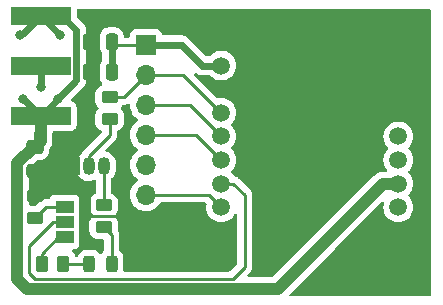
<source format=gbr>
%TF.GenerationSoftware,KiCad,Pcbnew,(6.0.2)*%
%TF.CreationDate,2022-03-07T20:15:47-06:00*%
%TF.ProjectId,RFID_board,52464944-5f62-46f6-9172-642e6b696361,rev?*%
%TF.SameCoordinates,Original*%
%TF.FileFunction,Copper,L1,Top*%
%TF.FilePolarity,Positive*%
%FSLAX46Y46*%
G04 Gerber Fmt 4.6, Leading zero omitted, Abs format (unit mm)*
G04 Created by KiCad (PCBNEW (6.0.2)) date 2022-03-07 20:15:47*
%MOMM*%
%LPD*%
G01*
G04 APERTURE LIST*
G04 Aperture macros list*
%AMRoundRect*
0 Rectangle with rounded corners*
0 $1 Rounding radius*
0 $2 $3 $4 $5 $6 $7 $8 $9 X,Y pos of 4 corners*
0 Add a 4 corners polygon primitive as box body*
4,1,4,$2,$3,$4,$5,$6,$7,$8,$9,$2,$3,0*
0 Add four circle primitives for the rounded corners*
1,1,$1+$1,$2,$3*
1,1,$1+$1,$4,$5*
1,1,$1+$1,$6,$7*
1,1,$1+$1,$8,$9*
0 Add four rect primitives between the rounded corners*
20,1,$1+$1,$2,$3,$4,$5,0*
20,1,$1+$1,$4,$5,$6,$7,0*
20,1,$1+$1,$6,$7,$8,$9,0*
20,1,$1+$1,$8,$9,$2,$3,0*%
G04 Aperture macros list end*
%TA.AperFunction,ComponentPad*%
%ADD10C,1.500000*%
%TD*%
%TA.AperFunction,SMDPad,CuDef*%
%ADD11R,1.500000X1.000000*%
%TD*%
%TA.AperFunction,SMDPad,CuDef*%
%ADD12RoundRect,0.250000X0.262500X0.450000X-0.262500X0.450000X-0.262500X-0.450000X0.262500X-0.450000X0*%
%TD*%
%TA.AperFunction,SMDPad,CuDef*%
%ADD13RoundRect,0.250000X0.450000X-0.262500X0.450000X0.262500X-0.450000X0.262500X-0.450000X-0.262500X0*%
%TD*%
%TA.AperFunction,SMDPad,CuDef*%
%ADD14RoundRect,0.243750X0.243750X0.456250X-0.243750X0.456250X-0.243750X-0.456250X0.243750X-0.456250X0*%
%TD*%
%TA.AperFunction,SMDPad,CuDef*%
%ADD15RoundRect,0.250000X-0.250000X-0.475000X0.250000X-0.475000X0.250000X0.475000X-0.250000X0.475000X0*%
%TD*%
%TA.AperFunction,SMDPad,CuDef*%
%ADD16RoundRect,0.250000X-0.450000X0.262500X-0.450000X-0.262500X0.450000X-0.262500X0.450000X0.262500X0*%
%TD*%
%TA.AperFunction,SMDPad,CuDef*%
%ADD17R,5.080000X1.500000*%
%TD*%
%TA.AperFunction,SMDPad,CuDef*%
%ADD18RoundRect,0.250000X0.475000X-0.337500X0.475000X0.337500X-0.475000X0.337500X-0.475000X-0.337500X0*%
%TD*%
%TA.AperFunction,ComponentPad*%
%ADD19R,1.050000X1.500000*%
%TD*%
%TA.AperFunction,ComponentPad*%
%ADD20O,1.050000X1.500000*%
%TD*%
%TA.AperFunction,ComponentPad*%
%ADD21R,1.700000X1.700000*%
%TD*%
%TA.AperFunction,ComponentPad*%
%ADD22O,1.700000X1.700000*%
%TD*%
%TA.AperFunction,ViaPad*%
%ADD23C,0.800000*%
%TD*%
%TA.AperFunction,Conductor*%
%ADD24C,0.600000*%
%TD*%
%TA.AperFunction,Conductor*%
%ADD25C,1.000000*%
%TD*%
%TA.AperFunction,Conductor*%
%ADD26C,0.250000*%
%TD*%
G04 APERTURE END LIST*
D10*
%TO.P,U1,1,GND*%
%TO.N,GND*%
X136460500Y-95906000D03*
%TO.P,U1,2,RST*%
%TO.N,Net-(J1-Pad5)*%
X136460500Y-97906000D03*
%TO.P,U1,3,ANT*%
%TO.N,Net-(ANTENNA1-Pad1)*%
X136460500Y-99906000D03*
%TO.P,U1,4,ANT*%
%TO.N,Net-(ANTENNA1-Pad2)*%
X136460500Y-101906000D03*
%TO.P,U1,5,CARD_PRESENT*%
%TO.N,unconnected-(U1-Pad5)*%
X136460500Y-103906000D03*
%TO.P,U1,6,TAG_IN_RANGE*%
%TO.N,Net-(J1-Pad6)*%
X121460500Y-103906000D03*
%TO.P,U1,7,DATA_SELECT*%
%TO.N,Net-(JP1-Pad2)*%
X121460500Y-101906000D03*
%TO.P,U1,8,DATA1*%
%TO.N,Net-(J1-Pad4)*%
X121460500Y-99906000D03*
%TO.P,U1,9,DATA0*%
%TO.N,Net-(J1-Pad3)*%
X121460500Y-97906000D03*
%TO.P,U1,10,LED*%
%TO.N,RFID_LED*%
X121460500Y-95906000D03*
%TO.P,U1,11,VCC*%
%TO.N,+3V3_RFID*%
X121460500Y-91906000D03*
%TD*%
D11*
%TO.P,JP1,1,A*%
%TO.N,Net-(JP1-Pad1)*%
X108204000Y-106456000D03*
%TO.P,JP1,2,C*%
%TO.N,Net-(JP1-Pad2)*%
X108204000Y-105156000D03*
%TO.P,JP1,3,B*%
%TO.N,Net-(JP1-Pad3)*%
X108204000Y-103856000D03*
%TD*%
D12*
%TO.P,R3,1*%
%TO.N,+3V3*%
X108100500Y-108712000D03*
%TO.P,R3,2*%
%TO.N,Net-(JP1-Pad1)*%
X106275500Y-108712000D03*
%TD*%
D13*
%TO.P,R2,1*%
%TO.N,Net-(D1-Pad1)*%
X111506000Y-105560500D03*
%TO.P,R2,2*%
%TO.N,Net-(Q1-Pad3)*%
X111506000Y-103735500D03*
%TD*%
D14*
%TO.P,D1,1,K*%
%TO.N,Net-(D1-Pad1)*%
X112189500Y-108712000D03*
%TO.P,D1,2,A*%
%TO.N,+3V3*%
X110314500Y-108712000D03*
%TD*%
D15*
%TO.P,C2,1*%
%TO.N,GND*%
X110302000Y-92456000D03*
%TO.P,C2,2*%
%TO.N,+3V3_RFID*%
X112202000Y-92456000D03*
%TD*%
D16*
%TO.P,R1,1*%
%TO.N,RFID_LED*%
X112014000Y-94591500D03*
%TO.P,R1,2*%
%TO.N,Net-(Q1-Pad2)*%
X112014000Y-96416500D03*
%TD*%
D17*
%TO.P,ANTENNA1,1,1*%
%TO.N,Net-(ANTENNA1-Pad1)*%
X106172000Y-91948000D03*
%TO.P,ANTENNA1,2,2*%
%TO.N,Net-(ANTENNA1-Pad2)*%
X106172000Y-96198000D03*
X106172000Y-87698000D03*
%TD*%
D18*
%TO.P,C3,1*%
%TO.N,GND*%
X105664000Y-100859500D03*
%TO.P,C3,2*%
%TO.N,Net-(ANTENNA1-Pad2)*%
X105664000Y-98784500D03*
%TD*%
D15*
%TO.P,C1,1*%
%TO.N,GND*%
X110302000Y-89916000D03*
%TO.P,C1,2*%
%TO.N,+3V3_RFID*%
X112202000Y-89916000D03*
%TD*%
D13*
%TO.P,R4,1*%
%TO.N,Net-(JP1-Pad3)*%
X105664000Y-104798500D03*
%TO.P,R4,2*%
%TO.N,GND*%
X105664000Y-102973500D03*
%TD*%
D19*
%TO.P,Q1,1,E*%
%TO.N,GND*%
X108966000Y-100436000D03*
D20*
%TO.P,Q1,2,B*%
%TO.N,Net-(Q1-Pad2)*%
X110236000Y-100436000D03*
%TO.P,Q1,3,C*%
%TO.N,Net-(Q1-Pad3)*%
X111506000Y-100436000D03*
%TD*%
D21*
%TO.P,J1,1,Pin_1*%
%TO.N,+3V3_RFID*%
X115090500Y-90170000D03*
D22*
%TO.P,J1,2,Pin_2*%
%TO.N,RFID_LED*%
X115090500Y-92710000D03*
%TO.P,J1,3,Pin_3*%
%TO.N,Net-(J1-Pad3)*%
X115090500Y-95250000D03*
%TO.P,J1,4,Pin_4*%
%TO.N,Net-(J1-Pad4)*%
X115090500Y-97790000D03*
%TO.P,J1,5,Pin_5*%
%TO.N,Net-(J1-Pad5)*%
X115090500Y-100330000D03*
%TO.P,J1,6,Pin_6*%
%TO.N,Net-(J1-Pad6)*%
X115090500Y-102870000D03*
%TO.P,J1,7,Pin_7*%
%TO.N,GND*%
X115090500Y-105410000D03*
%TO.P,J1,8,Pin_8*%
X115090500Y-107950000D03*
%TD*%
D23*
%TO.N,GND*%
X111252000Y-87884000D03*
X107696000Y-98044000D03*
X107696000Y-102108000D03*
X110236000Y-106680000D03*
X136144000Y-107696000D03*
X134112000Y-89916000D03*
X127000000Y-101092000D03*
%TO.N,Net-(ANTENNA1-Pad1)*%
X106172000Y-93726000D03*
%TO.N,Net-(ANTENNA1-Pad2)*%
X107800000Y-89325000D03*
X107610000Y-94760000D03*
X104675000Y-94725000D03*
X104450000Y-89325000D03*
%TD*%
D24*
%TO.N,Net-(ANTENNA1-Pad1)*%
X106172000Y-91948000D02*
X106172000Y-93726000D01*
D25*
%TO.N,Net-(ANTENNA1-Pad2)*%
X135169000Y-101906000D02*
X136460500Y-101906000D01*
D24*
X108018000Y-87698000D02*
X109010000Y-88690000D01*
D25*
X104200000Y-110000000D02*
X105006520Y-110806520D01*
D24*
X106173000Y-87698000D02*
X107800000Y-89325000D01*
X104545000Y-89325000D02*
X106172000Y-87698000D01*
X104699000Y-94725000D02*
X106172000Y-96198000D01*
X106172000Y-96198000D02*
X107610000Y-94760000D01*
X107610000Y-94760000D02*
X109211511Y-93158489D01*
D25*
X104200000Y-100168176D02*
X104200000Y-110000000D01*
D24*
X104450000Y-89325000D02*
X104545000Y-89325000D01*
D25*
X105583676Y-98784500D02*
X104200000Y-100168176D01*
X106172000Y-96198000D02*
X106172000Y-98276500D01*
X106172000Y-98276500D02*
X105664000Y-98784500D01*
D26*
X105664000Y-97536000D02*
X105664000Y-98784500D01*
D24*
X106172000Y-87698000D02*
X106173000Y-87698000D01*
X104675000Y-94725000D02*
X104699000Y-94725000D01*
X109211511Y-88891511D02*
X109010000Y-88690000D01*
D26*
X109010000Y-88690000D02*
X109220000Y-88900000D01*
D25*
X105006520Y-110806520D02*
X126268480Y-110806520D01*
X126268480Y-110806520D02*
X135169000Y-101906000D01*
D26*
X106172000Y-97028000D02*
X105664000Y-97536000D01*
D24*
X109211511Y-93158489D02*
X109211511Y-88891511D01*
D26*
%TO.N,GND*%
X115090500Y-107950000D02*
X115090500Y-105410000D01*
X108966000Y-100436000D02*
X108966000Y-101854000D01*
X105664000Y-100859500D02*
X105664000Y-102973500D01*
X113538000Y-105410000D02*
X115090500Y-105410000D01*
X110490000Y-104648000D02*
X112776000Y-104648000D01*
X110236000Y-104394000D02*
X110490000Y-104648000D01*
X110302000Y-98100000D02*
X108966000Y-99436000D01*
X110236000Y-103124000D02*
X110236000Y-104394000D01*
X108966000Y-99436000D02*
X108966000Y-100436000D01*
X108966000Y-101854000D02*
X110236000Y-103124000D01*
X110302000Y-89916000D02*
X110302000Y-92456000D01*
X110302000Y-92456000D02*
X110302000Y-98100000D01*
X106087500Y-100436000D02*
X108966000Y-100436000D01*
X112776000Y-104648000D02*
X113538000Y-105410000D01*
D24*
%TO.N,+3V3_RFID*%
X115090500Y-90170000D02*
X118110000Y-90170000D01*
X119846000Y-91906000D02*
X121460500Y-91906000D01*
X112202000Y-89916000D02*
X112202000Y-92456000D01*
X118110000Y-90170000D02*
X119846000Y-91906000D01*
D26*
X112202000Y-90170000D02*
X115090500Y-90170000D01*
%TO.N,Net-(D1-Pad1)*%
X112189500Y-108712000D02*
X112189500Y-106244000D01*
X112189500Y-106244000D02*
X111506000Y-105560500D01*
%TO.N,+3V3*%
X108100500Y-108712000D02*
X110314500Y-108712000D01*
%TO.N,Net-(J1-Pad3)*%
X115090500Y-95250000D02*
X118804500Y-95250000D01*
X118804500Y-95250000D02*
X121460500Y-97906000D01*
%TO.N,Net-(J1-Pad4)*%
X119344500Y-97790000D02*
X121460500Y-99906000D01*
X115090500Y-97790000D02*
X119344500Y-97790000D01*
%TO.N,Net-(J1-Pad6)*%
X115090500Y-102870000D02*
X120424500Y-102870000D01*
X120424500Y-102870000D02*
X121460500Y-103906000D01*
%TO.N,Net-(JP1-Pad1)*%
X106275500Y-107846500D02*
X107666000Y-106456000D01*
X106275500Y-108712000D02*
X106275500Y-107846500D01*
%TO.N,Net-(JP1-Pad2)*%
X123444000Y-108966000D02*
X123444000Y-102870000D01*
X108204000Y-105156000D02*
X107204000Y-105156000D01*
X107204000Y-105156000D02*
X105156000Y-107204000D01*
X122480000Y-101906000D02*
X121460500Y-101906000D01*
X105156000Y-107204000D02*
X105156000Y-109474000D01*
X123444000Y-102870000D02*
X122480000Y-101906000D01*
X105664000Y-109982000D02*
X122428000Y-109982000D01*
X105156000Y-109474000D02*
X105664000Y-109982000D01*
X122428000Y-109982000D02*
X123444000Y-108966000D01*
%TO.N,Net-(JP1-Pad3)*%
X106606500Y-103856000D02*
X108204000Y-103856000D01*
X105664000Y-104798500D02*
X106606500Y-103856000D01*
%TO.N,Net-(Q1-Pad2)*%
X112014000Y-96416500D02*
X112014000Y-97790000D01*
X112014000Y-97790000D02*
X110236000Y-99568000D01*
X110236000Y-99568000D02*
X110236000Y-100436000D01*
%TO.N,Net-(Q1-Pad3)*%
X111506000Y-100436000D02*
X111506000Y-103735500D01*
%TO.N,RFID_LED*%
X112014000Y-94591500D02*
X113209000Y-94591500D01*
X118264500Y-92710000D02*
X121460500Y-95906000D01*
X113209000Y-94591500D02*
X115090500Y-92710000D01*
X115090500Y-92710000D02*
X118264500Y-92710000D01*
%TD*%
%TA.AperFunction,Conductor*%
%TO.N,GND*%
G36*
X139184121Y-87153002D02*
G01*
X139230614Y-87206658D01*
X139242000Y-87259000D01*
X139242000Y-111316000D01*
X139221998Y-111384121D01*
X139168342Y-111430614D01*
X139116000Y-111442000D01*
X127363425Y-111442000D01*
X127295304Y-111421998D01*
X127248811Y-111368342D01*
X127238707Y-111298068D01*
X127268201Y-111233488D01*
X127274330Y-111226905D01*
X131100006Y-107401229D01*
X135030938Y-103470296D01*
X135093250Y-103436270D01*
X135164065Y-103441335D01*
X135220901Y-103483882D01*
X135245712Y-103550402D01*
X135241740Y-103592002D01*
X135217808Y-103681316D01*
X135217807Y-103681323D01*
X135216385Y-103686629D01*
X135197193Y-103906000D01*
X135216385Y-104125371D01*
X135273380Y-104338076D01*
X135275705Y-104343061D01*
X135364118Y-104532666D01*
X135364121Y-104532671D01*
X135366444Y-104537653D01*
X135369600Y-104542160D01*
X135369601Y-104542162D01*
X135443704Y-104647991D01*
X135492751Y-104718038D01*
X135648462Y-104873749D01*
X135828846Y-105000056D01*
X136028424Y-105093120D01*
X136241129Y-105150115D01*
X136460500Y-105169307D01*
X136679871Y-105150115D01*
X136892576Y-105093120D01*
X137092154Y-105000056D01*
X137272538Y-104873749D01*
X137428249Y-104718038D01*
X137477297Y-104647991D01*
X137551399Y-104542162D01*
X137551400Y-104542160D01*
X137554556Y-104537653D01*
X137556879Y-104532671D01*
X137556882Y-104532666D01*
X137645295Y-104343061D01*
X137647620Y-104338076D01*
X137704615Y-104125371D01*
X137723807Y-103906000D01*
X137704615Y-103686629D01*
X137647620Y-103473924D01*
X137600463Y-103372796D01*
X137556882Y-103279334D01*
X137556879Y-103279329D01*
X137554556Y-103274347D01*
X137551400Y-103269840D01*
X137551399Y-103269838D01*
X137431408Y-103098473D01*
X137431406Y-103098470D01*
X137428249Y-103093962D01*
X137329382Y-102995095D01*
X137295356Y-102932783D01*
X137300421Y-102861968D01*
X137329382Y-102816905D01*
X137428249Y-102718038D01*
X137465687Y-102664572D01*
X137551399Y-102542162D01*
X137551400Y-102542160D01*
X137554556Y-102537653D01*
X137556879Y-102532671D01*
X137556882Y-102532666D01*
X137605763Y-102427838D01*
X137647620Y-102338076D01*
X137704615Y-102125371D01*
X137723807Y-101906000D01*
X137704615Y-101686629D01*
X137647620Y-101473924D01*
X137599707Y-101371173D01*
X137556882Y-101279334D01*
X137556879Y-101279329D01*
X137554556Y-101274347D01*
X137551399Y-101269838D01*
X137431408Y-101098473D01*
X137431406Y-101098470D01*
X137428249Y-101093962D01*
X137329382Y-100995095D01*
X137295356Y-100932783D01*
X137300421Y-100861968D01*
X137329382Y-100816905D01*
X137428249Y-100718038D01*
X137441420Y-100699229D01*
X137551399Y-100542162D01*
X137551400Y-100542160D01*
X137554556Y-100537653D01*
X137556879Y-100532671D01*
X137556882Y-100532666D01*
X137618787Y-100399908D01*
X137647620Y-100338076D01*
X137704615Y-100125371D01*
X137723807Y-99906000D01*
X137704615Y-99686629D01*
X137647620Y-99473924D01*
X137581930Y-99333051D01*
X137556882Y-99279334D01*
X137556879Y-99279329D01*
X137554556Y-99274347D01*
X137538784Y-99251822D01*
X137431408Y-99098473D01*
X137431406Y-99098470D01*
X137428249Y-99093962D01*
X137329382Y-98995095D01*
X137295356Y-98932783D01*
X137300421Y-98861968D01*
X137329382Y-98816905D01*
X137428249Y-98718038D01*
X137454104Y-98681114D01*
X137551399Y-98542162D01*
X137551400Y-98542160D01*
X137554556Y-98537653D01*
X137556879Y-98532671D01*
X137556882Y-98532666D01*
X137626022Y-98384393D01*
X137647620Y-98338076D01*
X137704615Y-98125371D01*
X137723807Y-97906000D01*
X137704615Y-97686629D01*
X137647620Y-97473924D01*
X137600753Y-97373418D01*
X137556882Y-97279334D01*
X137556879Y-97279329D01*
X137554556Y-97274347D01*
X137503822Y-97201891D01*
X137431408Y-97098473D01*
X137431406Y-97098470D01*
X137428249Y-97093962D01*
X137272538Y-96938251D01*
X137092154Y-96811944D01*
X136892576Y-96718880D01*
X136679871Y-96661885D01*
X136460500Y-96642693D01*
X136241129Y-96661885D01*
X136028424Y-96718880D01*
X135935062Y-96762415D01*
X135833834Y-96809618D01*
X135833829Y-96809621D01*
X135828847Y-96811944D01*
X135824340Y-96815100D01*
X135824338Y-96815101D01*
X135652973Y-96935092D01*
X135652970Y-96935094D01*
X135648462Y-96938251D01*
X135492751Y-97093962D01*
X135489594Y-97098470D01*
X135489592Y-97098473D01*
X135417178Y-97201891D01*
X135366444Y-97274347D01*
X135364121Y-97279329D01*
X135364118Y-97279334D01*
X135320247Y-97373418D01*
X135273380Y-97473924D01*
X135216385Y-97686629D01*
X135197193Y-97906000D01*
X135216385Y-98125371D01*
X135273380Y-98338076D01*
X135294978Y-98384393D01*
X135364118Y-98532666D01*
X135364121Y-98532671D01*
X135366444Y-98537653D01*
X135369600Y-98542160D01*
X135369601Y-98542162D01*
X135466897Y-98681114D01*
X135492751Y-98718038D01*
X135591618Y-98816905D01*
X135625644Y-98879217D01*
X135620579Y-98950032D01*
X135591618Y-98995095D01*
X135492751Y-99093962D01*
X135489594Y-99098470D01*
X135489592Y-99098473D01*
X135382216Y-99251822D01*
X135366444Y-99274347D01*
X135364121Y-99279329D01*
X135364118Y-99279334D01*
X135339070Y-99333051D01*
X135273380Y-99473924D01*
X135216385Y-99686629D01*
X135197193Y-99906000D01*
X135216385Y-100125371D01*
X135273380Y-100338076D01*
X135302213Y-100399908D01*
X135364118Y-100532666D01*
X135364121Y-100532671D01*
X135366444Y-100537653D01*
X135400235Y-100585911D01*
X135479581Y-100699229D01*
X135502269Y-100766503D01*
X135484984Y-100835364D01*
X135433214Y-100883948D01*
X135376368Y-100897500D01*
X135230842Y-100897500D01*
X135217235Y-100896763D01*
X135185737Y-100893341D01*
X135185732Y-100893341D01*
X135179611Y-100892676D01*
X135161611Y-100894251D01*
X135129609Y-100897050D01*
X135124784Y-100897379D01*
X135122313Y-100897500D01*
X135119231Y-100897500D01*
X135096763Y-100899703D01*
X135076489Y-100901691D01*
X135075174Y-100901813D01*
X135042913Y-100904636D01*
X134982587Y-100909913D01*
X134977468Y-100911400D01*
X134972167Y-100911920D01*
X134883166Y-100938791D01*
X134882033Y-100939126D01*
X134798586Y-100963370D01*
X134798582Y-100963372D01*
X134792664Y-100965091D01*
X134787932Y-100967544D01*
X134782831Y-100969084D01*
X134777388Y-100971978D01*
X134700740Y-101012731D01*
X134699574Y-101013343D01*
X134655331Y-101036277D01*
X134617074Y-101056108D01*
X134612911Y-101059431D01*
X134608204Y-101061934D01*
X134536082Y-101120755D01*
X134535226Y-101121446D01*
X134496027Y-101152738D01*
X134493523Y-101155242D01*
X134492805Y-101155884D01*
X134488472Y-101159585D01*
X134454938Y-101186935D01*
X134451011Y-101191682D01*
X134451009Y-101191684D01*
X134425713Y-101222262D01*
X134417723Y-101231042D01*
X125887651Y-109761115D01*
X125825339Y-109795141D01*
X125798556Y-109798020D01*
X123812075Y-109798020D01*
X123743954Y-109778018D01*
X123697461Y-109724362D01*
X123687357Y-109654088D01*
X123716851Y-109589508D01*
X123722980Y-109582925D01*
X123836253Y-109469652D01*
X123844539Y-109462112D01*
X123851018Y-109458000D01*
X123897644Y-109408348D01*
X123900398Y-109405507D01*
X123920135Y-109385770D01*
X123922615Y-109382573D01*
X123930320Y-109373551D01*
X123960586Y-109341321D01*
X123964405Y-109334375D01*
X123964407Y-109334372D01*
X123970348Y-109323566D01*
X123981199Y-109307047D01*
X123988758Y-109297301D01*
X123993614Y-109291041D01*
X123996759Y-109283772D01*
X123996762Y-109283768D01*
X124011174Y-109250463D01*
X124016391Y-109239813D01*
X124037695Y-109201060D01*
X124042733Y-109181437D01*
X124049137Y-109162734D01*
X124054033Y-109151420D01*
X124054033Y-109151419D01*
X124057181Y-109144145D01*
X124058420Y-109136322D01*
X124058423Y-109136312D01*
X124064099Y-109100476D01*
X124066505Y-109088856D01*
X124075528Y-109053711D01*
X124075528Y-109053710D01*
X124077500Y-109046030D01*
X124077500Y-109025776D01*
X124079051Y-109006065D01*
X124080980Y-108993886D01*
X124082220Y-108986057D01*
X124078059Y-108942038D01*
X124077500Y-108930181D01*
X124077500Y-102948767D01*
X124078027Y-102937584D01*
X124079702Y-102930091D01*
X124078827Y-102902233D01*
X124077562Y-102862001D01*
X124077500Y-102858043D01*
X124077500Y-102830144D01*
X124076996Y-102826153D01*
X124076063Y-102814311D01*
X124075152Y-102785302D01*
X124074674Y-102770111D01*
X124072462Y-102762497D01*
X124072461Y-102762492D01*
X124069023Y-102750659D01*
X124065012Y-102731295D01*
X124063467Y-102719064D01*
X124062474Y-102711203D01*
X124059557Y-102703836D01*
X124059556Y-102703831D01*
X124046198Y-102670092D01*
X124042354Y-102658865D01*
X124037978Y-102643803D01*
X124030018Y-102616407D01*
X124019707Y-102598972D01*
X124011012Y-102581224D01*
X124003552Y-102562383D01*
X123977564Y-102526613D01*
X123971048Y-102516693D01*
X123952580Y-102485465D01*
X123952578Y-102485462D01*
X123948542Y-102478638D01*
X123934221Y-102464317D01*
X123921380Y-102449283D01*
X123914131Y-102439306D01*
X123909472Y-102432893D01*
X123903368Y-102427843D01*
X123903363Y-102427838D01*
X123875402Y-102404707D01*
X123866621Y-102396717D01*
X122983647Y-101513742D01*
X122976113Y-101505463D01*
X122972000Y-101498982D01*
X122922348Y-101452356D01*
X122919507Y-101449602D01*
X122899770Y-101429865D01*
X122896573Y-101427385D01*
X122887551Y-101419680D01*
X122861100Y-101394841D01*
X122855321Y-101389414D01*
X122848375Y-101385595D01*
X122848372Y-101385593D01*
X122837566Y-101379652D01*
X122821047Y-101368801D01*
X122819407Y-101367529D01*
X122805041Y-101356386D01*
X122797772Y-101353241D01*
X122797768Y-101353238D01*
X122764463Y-101338826D01*
X122753813Y-101333609D01*
X122715060Y-101312305D01*
X122695437Y-101307267D01*
X122676734Y-101300863D01*
X122665420Y-101295967D01*
X122665419Y-101295967D01*
X122658145Y-101292819D01*
X122650322Y-101291580D01*
X122650312Y-101291577D01*
X122614476Y-101285901D01*
X122602865Y-101283497D01*
X122596935Y-101281975D01*
X122535925Y-101245666D01*
X122525046Y-101232202D01*
X122431408Y-101098473D01*
X122431406Y-101098470D01*
X122428249Y-101093962D01*
X122329382Y-100995095D01*
X122295356Y-100932783D01*
X122300421Y-100861968D01*
X122329382Y-100816905D01*
X122428249Y-100718038D01*
X122441420Y-100699229D01*
X122551399Y-100542162D01*
X122551400Y-100542160D01*
X122554556Y-100537653D01*
X122556879Y-100532671D01*
X122556882Y-100532666D01*
X122618787Y-100399908D01*
X122647620Y-100338076D01*
X122704615Y-100125371D01*
X122723807Y-99906000D01*
X122704615Y-99686629D01*
X122647620Y-99473924D01*
X122581930Y-99333051D01*
X122556882Y-99279334D01*
X122556879Y-99279329D01*
X122554556Y-99274347D01*
X122538784Y-99251822D01*
X122431408Y-99098473D01*
X122431406Y-99098470D01*
X122428249Y-99093962D01*
X122329382Y-98995095D01*
X122295356Y-98932783D01*
X122300421Y-98861968D01*
X122329382Y-98816905D01*
X122428249Y-98718038D01*
X122454104Y-98681114D01*
X122551399Y-98542162D01*
X122551400Y-98542160D01*
X122554556Y-98537653D01*
X122556879Y-98532671D01*
X122556882Y-98532666D01*
X122626022Y-98384393D01*
X122647620Y-98338076D01*
X122704615Y-98125371D01*
X122723807Y-97906000D01*
X122704615Y-97686629D01*
X122647620Y-97473924D01*
X122600753Y-97373418D01*
X122556882Y-97279334D01*
X122556879Y-97279329D01*
X122554556Y-97274347D01*
X122503822Y-97201891D01*
X122431408Y-97098473D01*
X122431406Y-97098470D01*
X122428249Y-97093962D01*
X122329382Y-96995095D01*
X122295356Y-96932783D01*
X122300421Y-96861968D01*
X122329382Y-96816905D01*
X122428249Y-96718038D01*
X122466572Y-96663308D01*
X122551399Y-96542162D01*
X122551400Y-96542160D01*
X122554556Y-96537653D01*
X122556879Y-96532671D01*
X122556882Y-96532666D01*
X122604085Y-96431438D01*
X122647620Y-96338076D01*
X122704615Y-96125371D01*
X122723807Y-95906000D01*
X122704615Y-95686629D01*
X122647620Y-95473924D01*
X122587754Y-95345540D01*
X122556882Y-95279334D01*
X122556879Y-95279329D01*
X122554556Y-95274347D01*
X122551399Y-95269838D01*
X122431408Y-95098473D01*
X122431406Y-95098470D01*
X122428249Y-95093962D01*
X122272538Y-94938251D01*
X122246008Y-94919674D01*
X122148648Y-94851502D01*
X122092154Y-94811944D01*
X121892576Y-94718880D01*
X121679871Y-94661885D01*
X121460500Y-94642693D01*
X121241129Y-94661885D01*
X121235814Y-94663309D01*
X121235815Y-94663309D01*
X121209783Y-94670284D01*
X121138806Y-94668594D01*
X121088077Y-94637672D01*
X119195507Y-92745102D01*
X119161481Y-92682790D01*
X119166546Y-92611975D01*
X119209093Y-92555139D01*
X119275613Y-92530328D01*
X119344987Y-92545419D01*
X119352836Y-92550083D01*
X119368221Y-92559998D01*
X119378546Y-92567417D01*
X119412443Y-92594476D01*
X119418784Y-92597541D01*
X119418785Y-92597542D01*
X119442637Y-92609072D01*
X119456054Y-92616601D01*
X119484238Y-92634765D01*
X119490855Y-92637173D01*
X119490860Y-92637176D01*
X119524973Y-92649592D01*
X119536716Y-92654553D01*
X119569400Y-92670353D01*
X119569409Y-92670356D01*
X119575749Y-92673421D01*
X119582614Y-92675006D01*
X119608428Y-92680966D01*
X119623168Y-92685332D01*
X119654685Y-92696803D01*
X119661670Y-92697685D01*
X119661677Y-92697687D01*
X119697692Y-92702237D01*
X119710243Y-92704472D01*
X119752485Y-92714225D01*
X119759529Y-92714250D01*
X119759533Y-92714250D01*
X119793074Y-92714367D01*
X119793943Y-92714396D01*
X119794769Y-92714500D01*
X119831133Y-92714500D01*
X119831573Y-92714501D01*
X119930336Y-92714846D01*
X119930342Y-92714846D01*
X119933870Y-92714858D01*
X119935073Y-92714589D01*
X119936717Y-92714500D01*
X120437023Y-92714500D01*
X120505144Y-92734502D01*
X120526118Y-92751405D01*
X120648462Y-92873749D01*
X120828846Y-93000056D01*
X121028424Y-93093120D01*
X121241129Y-93150115D01*
X121460500Y-93169307D01*
X121679871Y-93150115D01*
X121892576Y-93093120D01*
X122092154Y-93000056D01*
X122272538Y-92873749D01*
X122428249Y-92718038D01*
X122438755Y-92703035D01*
X122551399Y-92542162D01*
X122551400Y-92542160D01*
X122554556Y-92537653D01*
X122556879Y-92532671D01*
X122556882Y-92532666D01*
X122645295Y-92343061D01*
X122647620Y-92338076D01*
X122704615Y-92125371D01*
X122723807Y-91906000D01*
X122704615Y-91686629D01*
X122647620Y-91473924D01*
X122601995Y-91376081D01*
X122556882Y-91279334D01*
X122556879Y-91279329D01*
X122554556Y-91274347D01*
X122543318Y-91258297D01*
X122431408Y-91098473D01*
X122431406Y-91098470D01*
X122428249Y-91093962D01*
X122272538Y-90938251D01*
X122260041Y-90929500D01*
X122108660Y-90823502D01*
X122092154Y-90811944D01*
X121892576Y-90718880D01*
X121679871Y-90661885D01*
X121460500Y-90642693D01*
X121241129Y-90661885D01*
X121028424Y-90718880D01*
X120935062Y-90762415D01*
X120833834Y-90809618D01*
X120833829Y-90809621D01*
X120828847Y-90811944D01*
X120824340Y-90815100D01*
X120824338Y-90815101D01*
X120652973Y-90935092D01*
X120652970Y-90935094D01*
X120648462Y-90938251D01*
X120526118Y-91060595D01*
X120463806Y-91094621D01*
X120437023Y-91097500D01*
X120233082Y-91097500D01*
X120164961Y-91077498D01*
X120143987Y-91060595D01*
X118688234Y-89604842D01*
X118687306Y-89603905D01*
X118629157Y-89544525D01*
X118629156Y-89544524D01*
X118624229Y-89539493D01*
X118587779Y-89516002D01*
X118577454Y-89508583D01*
X118543557Y-89481524D01*
X118513362Y-89466927D01*
X118499945Y-89459398D01*
X118471762Y-89441235D01*
X118465145Y-89438827D01*
X118465140Y-89438824D01*
X118431027Y-89426408D01*
X118419284Y-89421447D01*
X118386597Y-89405646D01*
X118386592Y-89405644D01*
X118380251Y-89402579D01*
X118373393Y-89400996D01*
X118373391Y-89400995D01*
X118347574Y-89395035D01*
X118332831Y-89390668D01*
X118301315Y-89379197D01*
X118294325Y-89378314D01*
X118294317Y-89378312D01*
X118258299Y-89373762D01*
X118245747Y-89371526D01*
X118210386Y-89363362D01*
X118210383Y-89363362D01*
X118203515Y-89361776D01*
X118196469Y-89361751D01*
X118196466Y-89361751D01*
X118162944Y-89361634D01*
X118162062Y-89361605D01*
X118161231Y-89361500D01*
X118124581Y-89361500D01*
X118124141Y-89361499D01*
X118025657Y-89361155D01*
X118025652Y-89361155D01*
X118022130Y-89361143D01*
X118020930Y-89361411D01*
X118019293Y-89361500D01*
X116571791Y-89361500D01*
X116503670Y-89341498D01*
X116457177Y-89287842D01*
X116446528Y-89249108D01*
X116443098Y-89217540D01*
X116442245Y-89209684D01*
X116391115Y-89073295D01*
X116303761Y-88956739D01*
X116187205Y-88869385D01*
X116050816Y-88818255D01*
X115988634Y-88811500D01*
X114192366Y-88811500D01*
X114130184Y-88818255D01*
X113993795Y-88869385D01*
X113877239Y-88956739D01*
X113789885Y-89073295D01*
X113738755Y-89209684D01*
X113732000Y-89271866D01*
X113732000Y-89410500D01*
X113711998Y-89478621D01*
X113658342Y-89525114D01*
X113606000Y-89536500D01*
X113336500Y-89536500D01*
X113268379Y-89516498D01*
X113221886Y-89462842D01*
X113210500Y-89410500D01*
X113210500Y-89390600D01*
X113207674Y-89363362D01*
X113200238Y-89291692D01*
X113200237Y-89291688D01*
X113199526Y-89284834D01*
X113171986Y-89202285D01*
X113145868Y-89124002D01*
X113143550Y-89117054D01*
X113050478Y-88966652D01*
X112925303Y-88841695D01*
X112891777Y-88821029D01*
X112780968Y-88752725D01*
X112780966Y-88752724D01*
X112774738Y-88748885D01*
X112682391Y-88718255D01*
X112613389Y-88695368D01*
X112613387Y-88695368D01*
X112606861Y-88693203D01*
X112600025Y-88692503D01*
X112600022Y-88692502D01*
X112556969Y-88688091D01*
X112502400Y-88682500D01*
X111901600Y-88682500D01*
X111898354Y-88682837D01*
X111898350Y-88682837D01*
X111802692Y-88692762D01*
X111802688Y-88692763D01*
X111795834Y-88693474D01*
X111789298Y-88695655D01*
X111789296Y-88695655D01*
X111657194Y-88739728D01*
X111628054Y-88749450D01*
X111477652Y-88842522D01*
X111352695Y-88967697D01*
X111259885Y-89118262D01*
X111257581Y-89125209D01*
X111216486Y-89249108D01*
X111204203Y-89286139D01*
X111193500Y-89390600D01*
X111193500Y-90441400D01*
X111204474Y-90547166D01*
X111260450Y-90714946D01*
X111353522Y-90865348D01*
X111358704Y-90870521D01*
X111363249Y-90876255D01*
X111361576Y-90877581D01*
X111390598Y-90930625D01*
X111393500Y-90957511D01*
X111393500Y-91414694D01*
X111373498Y-91482815D01*
X111362317Y-91496702D01*
X111362404Y-91496771D01*
X111357866Y-91502517D01*
X111352695Y-91507697D01*
X111348855Y-91513927D01*
X111348854Y-91513928D01*
X111306806Y-91582143D01*
X111259885Y-91658262D01*
X111204203Y-91826139D01*
X111193500Y-91930600D01*
X111193500Y-92981400D01*
X111193837Y-92984646D01*
X111193837Y-92984650D01*
X111203124Y-93074153D01*
X111204474Y-93087166D01*
X111206655Y-93093702D01*
X111206655Y-93093704D01*
X111233178Y-93173203D01*
X111260450Y-93254946D01*
X111353522Y-93405348D01*
X111358704Y-93410521D01*
X111363251Y-93416258D01*
X111361088Y-93417972D01*
X111389057Y-93469068D01*
X111384065Y-93539889D01*
X111341577Y-93596768D01*
X111305840Y-93615502D01*
X111240054Y-93637450D01*
X111089652Y-93730522D01*
X110964695Y-93855697D01*
X110960855Y-93861927D01*
X110960854Y-93861928D01*
X110886966Y-93981797D01*
X110871885Y-94006262D01*
X110869581Y-94013209D01*
X110823797Y-94151245D01*
X110816203Y-94174139D01*
X110805500Y-94278600D01*
X110805500Y-94904400D01*
X110805837Y-94907646D01*
X110805837Y-94907650D01*
X110815707Y-95002771D01*
X110816474Y-95010166D01*
X110818655Y-95016702D01*
X110818655Y-95016704D01*
X110845936Y-95098473D01*
X110872450Y-95177946D01*
X110965522Y-95328348D01*
X110970704Y-95333521D01*
X111052109Y-95414784D01*
X111086188Y-95477066D01*
X111081185Y-95547886D01*
X111052264Y-95592975D01*
X110992747Y-95652596D01*
X110964695Y-95680697D01*
X110871885Y-95831262D01*
X110869581Y-95838209D01*
X110830420Y-95956277D01*
X110816203Y-95999139D01*
X110805500Y-96103600D01*
X110805500Y-96729400D01*
X110805837Y-96732646D01*
X110805837Y-96732650D01*
X110814065Y-96811944D01*
X110816474Y-96835166D01*
X110818655Y-96841702D01*
X110818655Y-96841704D01*
X110849042Y-96932783D01*
X110872450Y-97002946D01*
X110965522Y-97153348D01*
X111090697Y-97278305D01*
X111096927Y-97282145D01*
X111096928Y-97282146D01*
X111148386Y-97313865D01*
X111241262Y-97371115D01*
X111269500Y-97380481D01*
X111327860Y-97420912D01*
X111355096Y-97486477D01*
X111342562Y-97556358D01*
X111318927Y-97589169D01*
X110580082Y-98328013D01*
X109843747Y-99064348D01*
X109835461Y-99071888D01*
X109828982Y-99076000D01*
X109823557Y-99081777D01*
X109782357Y-99125651D01*
X109779602Y-99128493D01*
X109759865Y-99148230D01*
X109757385Y-99151427D01*
X109749682Y-99160447D01*
X109719414Y-99192679D01*
X109715595Y-99199625D01*
X109715593Y-99199628D01*
X109709652Y-99210434D01*
X109698801Y-99226953D01*
X109686386Y-99242959D01*
X109683241Y-99250228D01*
X109683238Y-99250232D01*
X109668826Y-99283537D01*
X109663609Y-99294187D01*
X109642305Y-99332940D01*
X109640332Y-99340623D01*
X109639158Y-99343589D01*
X109600960Y-99395402D01*
X109509399Y-99469019D01*
X109505441Y-99473736D01*
X109505438Y-99473739D01*
X109412065Y-99585017D01*
X109379119Y-99624281D01*
X109376155Y-99629673D01*
X109376152Y-99629677D01*
X109329083Y-99715296D01*
X109281477Y-99801891D01*
X109220193Y-99995084D01*
X109219507Y-100001201D01*
X109219506Y-100001205D01*
X109217912Y-100015420D01*
X109202500Y-100152817D01*
X109202500Y-100712004D01*
X109217277Y-100862713D01*
X109275858Y-101056742D01*
X109371010Y-101235698D01*
X109374904Y-101240472D01*
X109374905Y-101240474D01*
X109423479Y-101300031D01*
X109499110Y-101392763D01*
X109503857Y-101396690D01*
X109503859Y-101396692D01*
X109650528Y-101518027D01*
X109650531Y-101518029D01*
X109655278Y-101521956D01*
X109833565Y-101618356D01*
X109930373Y-101648323D01*
X110021293Y-101676468D01*
X110021296Y-101676469D01*
X110027180Y-101678290D01*
X110033305Y-101678934D01*
X110033306Y-101678934D01*
X110222622Y-101698832D01*
X110222623Y-101698832D01*
X110228750Y-101699476D01*
X110312014Y-101691898D01*
X110424457Y-101681665D01*
X110424460Y-101681664D01*
X110430596Y-101681106D01*
X110436502Y-101679368D01*
X110436506Y-101679367D01*
X110577909Y-101637749D01*
X110625029Y-101623881D01*
X110630489Y-101621027D01*
X110630493Y-101621025D01*
X110688126Y-101590896D01*
X110757762Y-101577062D01*
X110823822Y-101603073D01*
X110865333Y-101660669D01*
X110872500Y-101702558D01*
X110872500Y-102643803D01*
X110852498Y-102711924D01*
X110798842Y-102758417D01*
X110786377Y-102763326D01*
X110738998Y-102779133D01*
X110738996Y-102779134D01*
X110732054Y-102781450D01*
X110725830Y-102785301D01*
X110725829Y-102785302D01*
X110625319Y-102847500D01*
X110581652Y-102874522D01*
X110456695Y-102999697D01*
X110452855Y-103005927D01*
X110452854Y-103005928D01*
X110389138Y-103109295D01*
X110363885Y-103150262D01*
X110361581Y-103157209D01*
X110313852Y-103301109D01*
X110308203Y-103318139D01*
X110297500Y-103422600D01*
X110297500Y-104048400D01*
X110297837Y-104051646D01*
X110297837Y-104051650D01*
X110307073Y-104140661D01*
X110308474Y-104154166D01*
X110310655Y-104160702D01*
X110310655Y-104160704D01*
X110324394Y-104201883D01*
X110364450Y-104321946D01*
X110457522Y-104472348D01*
X110462704Y-104477521D01*
X110544109Y-104558784D01*
X110578188Y-104621066D01*
X110573185Y-104691886D01*
X110544264Y-104736975D01*
X110468940Y-104812431D01*
X110456695Y-104824697D01*
X110452855Y-104830927D01*
X110452854Y-104830928D01*
X110424512Y-104876908D01*
X110363885Y-104975262D01*
X110308203Y-105143139D01*
X110297500Y-105247600D01*
X110297500Y-105873400D01*
X110297837Y-105876646D01*
X110297837Y-105876650D01*
X110306946Y-105964437D01*
X110308474Y-105979166D01*
X110310655Y-105985702D01*
X110310655Y-105985704D01*
X110328293Y-106038572D01*
X110364450Y-106146946D01*
X110457522Y-106297348D01*
X110582697Y-106422305D01*
X110733262Y-106515115D01*
X110813005Y-106541564D01*
X110894611Y-106568632D01*
X110894613Y-106568632D01*
X110901139Y-106570797D01*
X110907975Y-106571497D01*
X110907978Y-106571498D01*
X110951031Y-106575909D01*
X111005600Y-106581500D01*
X111430000Y-106581500D01*
X111498121Y-106601502D01*
X111544614Y-106655158D01*
X111556000Y-106707500D01*
X111556000Y-107542069D01*
X111535998Y-107610190D01*
X111496304Y-107649212D01*
X111475311Y-107662203D01*
X111351383Y-107786347D01*
X111349581Y-107789270D01*
X111292971Y-107829408D01*
X111222048Y-107832642D01*
X111160636Y-107797018D01*
X111155084Y-107790622D01*
X111151797Y-107785311D01*
X111027653Y-107661383D01*
X110878329Y-107569339D01*
X110871380Y-107567034D01*
X110718366Y-107516281D01*
X110718364Y-107516281D01*
X110711835Y-107514115D01*
X110608231Y-107503500D01*
X110316766Y-107503500D01*
X110020770Y-107503501D01*
X109915871Y-107514384D01*
X109909340Y-107516563D01*
X109909335Y-107516564D01*
X109761189Y-107565990D01*
X109749474Y-107569898D01*
X109600311Y-107662203D01*
X109476383Y-107786347D01*
X109472543Y-107792577D01*
X109472542Y-107792578D01*
X109469805Y-107797018D01*
X109384339Y-107935671D01*
X109376942Y-107957973D01*
X109365599Y-107992169D01*
X109325167Y-108050528D01*
X109259603Y-108077764D01*
X109246006Y-108078500D01*
X109192197Y-108078500D01*
X109124076Y-108058498D01*
X109077583Y-108004842D01*
X109072674Y-107992377D01*
X109056867Y-107944998D01*
X109056866Y-107944996D01*
X109054550Y-107938054D01*
X108961478Y-107787652D01*
X108853311Y-107679673D01*
X108819232Y-107617390D01*
X108824235Y-107546570D01*
X108866732Y-107489698D01*
X108933231Y-107464829D01*
X108942329Y-107464500D01*
X109002134Y-107464500D01*
X109064316Y-107457745D01*
X109200705Y-107406615D01*
X109317261Y-107319261D01*
X109404615Y-107202705D01*
X109455745Y-107066316D01*
X109462500Y-107004134D01*
X109462500Y-105907866D01*
X109455745Y-105845684D01*
X109452971Y-105838285D01*
X109452225Y-105835146D01*
X109452225Y-105776854D01*
X109452971Y-105773715D01*
X109455745Y-105766316D01*
X109462500Y-105704134D01*
X109462500Y-104607866D01*
X109455745Y-104545684D01*
X109452971Y-104538285D01*
X109452225Y-104535146D01*
X109452225Y-104476854D01*
X109452971Y-104473715D01*
X109455745Y-104466316D01*
X109462500Y-104404134D01*
X109462500Y-103307866D01*
X109455745Y-103245684D01*
X109404615Y-103109295D01*
X109317261Y-102992739D01*
X109200705Y-102905385D01*
X109064316Y-102854255D01*
X109002134Y-102847500D01*
X107405866Y-102847500D01*
X107343684Y-102854255D01*
X107207295Y-102905385D01*
X107090739Y-102992739D01*
X107003385Y-103109295D01*
X107000233Y-103117703D01*
X107000231Y-103117707D01*
X106991599Y-103140731D01*
X106948957Y-103197495D01*
X106882395Y-103222194D01*
X106873618Y-103222500D01*
X106685267Y-103222500D01*
X106674084Y-103221973D01*
X106666591Y-103220298D01*
X106658665Y-103220547D01*
X106658664Y-103220547D01*
X106598514Y-103222438D01*
X106594555Y-103222500D01*
X106566644Y-103222500D01*
X106562710Y-103222997D01*
X106562709Y-103222997D01*
X106562644Y-103223005D01*
X106550807Y-103223938D01*
X106518990Y-103224938D01*
X106514529Y-103225078D01*
X106506610Y-103225327D01*
X106488954Y-103230456D01*
X106487158Y-103230978D01*
X106467806Y-103234986D01*
X106460735Y-103235880D01*
X106447703Y-103237526D01*
X106440334Y-103240443D01*
X106440332Y-103240444D01*
X106406597Y-103253800D01*
X106395369Y-103257645D01*
X106352907Y-103269982D01*
X106346085Y-103274016D01*
X106346079Y-103274019D01*
X106335468Y-103280294D01*
X106317718Y-103288990D01*
X106306256Y-103293528D01*
X106306251Y-103293531D01*
X106298883Y-103296448D01*
X106292468Y-103301109D01*
X106263125Y-103322427D01*
X106253207Y-103328943D01*
X106234519Y-103339995D01*
X106215137Y-103351458D01*
X106200813Y-103365782D01*
X106185781Y-103378621D01*
X106169393Y-103390528D01*
X106142861Y-103422600D01*
X106141212Y-103424593D01*
X106133222Y-103433373D01*
X105826000Y-103740595D01*
X105763688Y-103774621D01*
X105736905Y-103777500D01*
X105334500Y-103777500D01*
X105266379Y-103757498D01*
X105219886Y-103703842D01*
X105208500Y-103651500D01*
X105208500Y-100638102D01*
X105228502Y-100569981D01*
X105245404Y-100549007D01*
X105877005Y-99917405D01*
X105939318Y-99883380D01*
X105966101Y-99880500D01*
X106189400Y-99880500D01*
X106192646Y-99880163D01*
X106192650Y-99880163D01*
X106288308Y-99870238D01*
X106288312Y-99870237D01*
X106295166Y-99869526D01*
X106301702Y-99867345D01*
X106301704Y-99867345D01*
X106455998Y-99815868D01*
X106462946Y-99813550D01*
X106613348Y-99720478D01*
X106738305Y-99595303D01*
X106742146Y-99589072D01*
X106827275Y-99450968D01*
X106827276Y-99450966D01*
X106831115Y-99444738D01*
X106869222Y-99329848D01*
X106884632Y-99283389D01*
X106884632Y-99283387D01*
X106886797Y-99276861D01*
X106889363Y-99251822D01*
X106894710Y-99199628D01*
X106897500Y-99172400D01*
X106897500Y-99027309D01*
X106917502Y-98959188D01*
X106926136Y-98947332D01*
X106947576Y-98921231D01*
X106948418Y-98920217D01*
X107004194Y-98853745D01*
X107008154Y-98849026D01*
X107010723Y-98844352D01*
X107014102Y-98840239D01*
X107057975Y-98758415D01*
X107058584Y-98757293D01*
X107100464Y-98681114D01*
X107100465Y-98681112D01*
X107103433Y-98675713D01*
X107105045Y-98670631D01*
X107107562Y-98665937D01*
X107134762Y-98576969D01*
X107135108Y-98575858D01*
X107145798Y-98542162D01*
X107163235Y-98487194D01*
X107163829Y-98481898D01*
X107165387Y-98476802D01*
X107167053Y-98460405D01*
X107174773Y-98384393D01*
X107174913Y-98383079D01*
X107180108Y-98336769D01*
X107180108Y-98336766D01*
X107180500Y-98333273D01*
X107180500Y-98329747D01*
X107180556Y-98328744D01*
X107181003Y-98323059D01*
X107184144Y-98292139D01*
X107184751Y-98286164D01*
X107184751Y-98286162D01*
X107185373Y-98280038D01*
X107181059Y-98234399D01*
X107180500Y-98222543D01*
X107180500Y-97582500D01*
X107200502Y-97514379D01*
X107254158Y-97467886D01*
X107306500Y-97456500D01*
X108760134Y-97456500D01*
X108822316Y-97449745D01*
X108958705Y-97398615D01*
X109075261Y-97311261D01*
X109162615Y-97194705D01*
X109213745Y-97058316D01*
X109220500Y-96996134D01*
X109220500Y-95399866D01*
X109213745Y-95337684D01*
X109162615Y-95201295D01*
X109075261Y-95084739D01*
X108958705Y-94997385D01*
X108822316Y-94946255D01*
X108823286Y-94943667D01*
X108773131Y-94915009D01*
X108740316Y-94852051D01*
X108746748Y-94781346D01*
X108774836Y-94738556D01*
X109776574Y-93736817D01*
X109777511Y-93735888D01*
X109836986Y-93677646D01*
X109836987Y-93677645D01*
X109842018Y-93672718D01*
X109845833Y-93666799D01*
X109845839Y-93666791D01*
X109865505Y-93636275D01*
X109872938Y-93625930D01*
X109899987Y-93592046D01*
X109914584Y-93561851D01*
X109922113Y-93548434D01*
X109930080Y-93536072D01*
X109940276Y-93520251D01*
X109942684Y-93513634D01*
X109942687Y-93513629D01*
X109955103Y-93479516D01*
X109960064Y-93467773D01*
X109975864Y-93435089D01*
X109975867Y-93435080D01*
X109978932Y-93428740D01*
X109986477Y-93396061D01*
X109990845Y-93381314D01*
X109991176Y-93380405D01*
X110002314Y-93349804D01*
X110003196Y-93342819D01*
X110003198Y-93342812D01*
X110007748Y-93306797D01*
X110009983Y-93294246D01*
X110013236Y-93280158D01*
X110019736Y-93252004D01*
X110019878Y-93211415D01*
X110019907Y-93210546D01*
X110020011Y-93209720D01*
X110020011Y-93173203D01*
X110020026Y-93168828D01*
X110020357Y-93074153D01*
X110020357Y-93074147D01*
X110020369Y-93070619D01*
X110020100Y-93069416D01*
X110020011Y-93067772D01*
X110020011Y-88900771D01*
X110020018Y-88899452D01*
X110020560Y-88847704D01*
X110020962Y-88809290D01*
X110011800Y-88766914D01*
X110009741Y-88754343D01*
X110008871Y-88746581D01*
X110004908Y-88711256D01*
X109999476Y-88695655D01*
X109993878Y-88679581D01*
X109989715Y-88664769D01*
X109984120Y-88638892D01*
X109982630Y-88632001D01*
X109964304Y-88592700D01*
X109959519Y-88580917D01*
X109945256Y-88539959D01*
X109927490Y-88511527D01*
X109920151Y-88498010D01*
X109908951Y-88473992D01*
X109908949Y-88473988D01*
X109905974Y-88467609D01*
X109901657Y-88462043D01*
X109879402Y-88433351D01*
X109872108Y-88422896D01*
X109852870Y-88392109D01*
X109849137Y-88386135D01*
X109820535Y-88357332D01*
X109819950Y-88356707D01*
X109819433Y-88356041D01*
X109793443Y-88330051D01*
X109721326Y-88257429D01*
X109720289Y-88256771D01*
X109719060Y-88255668D01*
X109257405Y-87794013D01*
X109223379Y-87731701D01*
X109220500Y-87704918D01*
X109220500Y-87259000D01*
X109240502Y-87190879D01*
X109294158Y-87144386D01*
X109346500Y-87133000D01*
X139116000Y-87133000D01*
X139184121Y-87153002D01*
G37*
%TD.AperFunction*%
%TA.AperFunction,Conductor*%
G36*
X113665073Y-95134241D02*
G01*
X113714552Y-95185156D01*
X113728904Y-95236701D01*
X113739186Y-95415025D01*
X113740610Y-95439715D01*
X113741747Y-95444761D01*
X113741748Y-95444767D01*
X113749516Y-95479235D01*
X113789722Y-95657639D01*
X113873766Y-95864616D01*
X113922785Y-95944608D01*
X113956202Y-95999139D01*
X113990487Y-96055088D01*
X114136750Y-96223938D01*
X114308626Y-96366632D01*
X114379095Y-96407811D01*
X114381945Y-96409476D01*
X114430669Y-96461114D01*
X114443740Y-96530897D01*
X114417009Y-96596669D01*
X114376555Y-96630027D01*
X114364107Y-96636507D01*
X114359974Y-96639610D01*
X114359971Y-96639612D01*
X114236056Y-96732650D01*
X114185465Y-96770635D01*
X114031129Y-96932138D01*
X114028215Y-96936410D01*
X114028214Y-96936411D01*
X114015904Y-96954457D01*
X113905243Y-97116680D01*
X113865690Y-97201891D01*
X113818255Y-97304081D01*
X113811188Y-97319305D01*
X113751489Y-97534570D01*
X113727751Y-97756695D01*
X113728048Y-97761848D01*
X113728048Y-97761851D01*
X113736044Y-97900525D01*
X113740610Y-97979715D01*
X113741747Y-97984761D01*
X113741748Y-97984767D01*
X113746407Y-98005438D01*
X113789722Y-98197639D01*
X113825467Y-98285668D01*
X113869213Y-98393402D01*
X113873766Y-98404616D01*
X113990487Y-98595088D01*
X114136750Y-98763938D01*
X114308626Y-98906632D01*
X114349061Y-98930260D01*
X114381945Y-98949476D01*
X114430669Y-99001114D01*
X114443740Y-99070897D01*
X114417009Y-99136669D01*
X114376555Y-99170027D01*
X114364107Y-99176507D01*
X114359974Y-99179610D01*
X114359971Y-99179612D01*
X114207357Y-99294198D01*
X114185465Y-99310635D01*
X114181893Y-99314373D01*
X114051360Y-99450968D01*
X114031129Y-99472138D01*
X113905243Y-99656680D01*
X113875629Y-99720478D01*
X113831351Y-99815868D01*
X113811188Y-99859305D01*
X113751489Y-100074570D01*
X113727751Y-100296695D01*
X113728048Y-100301848D01*
X113728048Y-100301851D01*
X113733511Y-100396590D01*
X113740610Y-100519715D01*
X113741747Y-100524761D01*
X113741748Y-100524767D01*
X113747211Y-100549007D01*
X113789722Y-100737639D01*
X113843791Y-100870795D01*
X113852676Y-100892676D01*
X113873766Y-100944616D01*
X113915882Y-101013343D01*
X113982182Y-101121535D01*
X113990487Y-101135088D01*
X114136750Y-101303938D01*
X114308626Y-101446632D01*
X114362809Y-101478294D01*
X114381945Y-101489476D01*
X114430669Y-101541114D01*
X114443740Y-101610897D01*
X114417009Y-101676669D01*
X114376555Y-101710027D01*
X114364107Y-101716507D01*
X114359974Y-101719610D01*
X114359971Y-101719612D01*
X114335747Y-101737800D01*
X114185465Y-101850635D01*
X114031129Y-102012138D01*
X113905243Y-102196680D01*
X113811188Y-102399305D01*
X113751489Y-102614570D01*
X113727751Y-102836695D01*
X113728048Y-102841848D01*
X113728048Y-102841851D01*
X113733704Y-102939942D01*
X113740610Y-103059715D01*
X113741747Y-103064761D01*
X113741748Y-103064767D01*
X113762717Y-103157812D01*
X113789722Y-103277639D01*
X113831119Y-103379589D01*
X113856192Y-103441335D01*
X113873766Y-103484616D01*
X113990487Y-103675088D01*
X114136750Y-103843938D01*
X114308626Y-103986632D01*
X114501500Y-104099338D01*
X114710192Y-104179030D01*
X114715260Y-104180061D01*
X114715263Y-104180062D01*
X114822517Y-104201883D01*
X114929097Y-104223567D01*
X114934272Y-104223757D01*
X114934274Y-104223757D01*
X115147173Y-104231564D01*
X115147177Y-104231564D01*
X115152337Y-104231753D01*
X115157457Y-104231097D01*
X115157459Y-104231097D01*
X115368788Y-104204025D01*
X115368789Y-104204025D01*
X115373916Y-104203368D01*
X115378866Y-104201883D01*
X115582929Y-104140661D01*
X115582934Y-104140659D01*
X115587884Y-104139174D01*
X115788494Y-104040896D01*
X115970360Y-103911173D01*
X116128596Y-103753489D01*
X116172703Y-103692108D01*
X116255935Y-103576277D01*
X116258953Y-103572077D01*
X116261246Y-103567437D01*
X116262946Y-103564608D01*
X116315174Y-103516518D01*
X116370951Y-103503500D01*
X120101248Y-103503500D01*
X120169369Y-103523502D01*
X120215862Y-103577158D01*
X120225966Y-103647432D01*
X120222954Y-103662113D01*
X120217809Y-103681312D01*
X120217808Y-103681319D01*
X120216385Y-103686629D01*
X120197193Y-103906000D01*
X120216385Y-104125371D01*
X120273380Y-104338076D01*
X120275705Y-104343061D01*
X120364118Y-104532666D01*
X120364121Y-104532671D01*
X120366444Y-104537653D01*
X120369600Y-104542160D01*
X120369601Y-104542162D01*
X120443704Y-104647991D01*
X120492751Y-104718038D01*
X120648462Y-104873749D01*
X120828846Y-105000056D01*
X121028424Y-105093120D01*
X121241129Y-105150115D01*
X121460500Y-105169307D01*
X121679871Y-105150115D01*
X121892576Y-105093120D01*
X122092154Y-105000056D01*
X122272538Y-104873749D01*
X122428249Y-104718038D01*
X122477297Y-104647991D01*
X122551399Y-104542162D01*
X122551400Y-104542160D01*
X122554556Y-104537653D01*
X122556879Y-104532671D01*
X122556882Y-104532666D01*
X122570305Y-104503879D01*
X122617222Y-104450594D01*
X122685499Y-104431133D01*
X122753459Y-104451675D01*
X122799525Y-104505697D01*
X122810500Y-104557129D01*
X122810500Y-108651405D01*
X122790498Y-108719526D01*
X122773595Y-108740501D01*
X122202499Y-109311596D01*
X122140187Y-109345621D01*
X122113404Y-109348500D01*
X113311282Y-109348500D01*
X113243161Y-109328498D01*
X113196668Y-109274842D01*
X113185858Y-109218231D01*
X113185500Y-109218231D01*
X113185500Y-109216357D01*
X113185499Y-108205770D01*
X113174616Y-108100871D01*
X113172437Y-108094340D01*
X113172436Y-108094335D01*
X113121420Y-107941422D01*
X113119102Y-107934474D01*
X113026797Y-107785311D01*
X112902653Y-107661383D01*
X112882885Y-107649198D01*
X112835391Y-107596426D01*
X112823000Y-107541938D01*
X112823000Y-106322767D01*
X112823527Y-106311584D01*
X112825202Y-106304091D01*
X112823062Y-106236000D01*
X112823000Y-106232043D01*
X112823000Y-106204144D01*
X112822496Y-106200153D01*
X112821563Y-106188311D01*
X112820423Y-106152036D01*
X112820174Y-106144111D01*
X112817962Y-106136497D01*
X112817961Y-106136492D01*
X112814523Y-106124659D01*
X112810512Y-106105295D01*
X112808967Y-106093064D01*
X112807974Y-106085203D01*
X112805057Y-106077836D01*
X112805056Y-106077831D01*
X112791698Y-106044092D01*
X112787854Y-106032865D01*
X112777730Y-105998022D01*
X112775518Y-105990407D01*
X112765207Y-105972972D01*
X112756512Y-105955224D01*
X112749052Y-105936383D01*
X112744391Y-105929967D01*
X112744389Y-105929964D01*
X112738564Y-105921947D01*
X112714500Y-105847886D01*
X112714500Y-105247600D01*
X112704435Y-105150594D01*
X112704238Y-105148692D01*
X112704237Y-105148688D01*
X112703526Y-105141834D01*
X112687749Y-105094543D01*
X112649868Y-104981002D01*
X112647550Y-104974054D01*
X112554478Y-104823652D01*
X112467891Y-104737216D01*
X112433812Y-104674934D01*
X112438815Y-104604114D01*
X112467736Y-104559025D01*
X112550134Y-104476483D01*
X112555305Y-104471303D01*
X112637428Y-104338076D01*
X112644275Y-104326968D01*
X112644276Y-104326966D01*
X112648115Y-104320738D01*
X112703797Y-104152861D01*
X112705200Y-104139174D01*
X112714172Y-104051598D01*
X112714500Y-104048400D01*
X112714500Y-103422600D01*
X112711806Y-103396637D01*
X112704238Y-103323692D01*
X112704237Y-103323688D01*
X112703526Y-103316834D01*
X112695751Y-103293528D01*
X112649868Y-103156002D01*
X112647550Y-103149054D01*
X112554478Y-102998652D01*
X112429303Y-102873695D01*
X112410332Y-102862001D01*
X112284968Y-102784725D01*
X112284966Y-102784724D01*
X112278738Y-102780885D01*
X112225832Y-102763337D01*
X112167473Y-102722906D01*
X112140236Y-102657342D01*
X112139500Y-102643744D01*
X112139500Y-101538206D01*
X112159502Y-101470085D01*
X112186547Y-101440010D01*
X112227800Y-101406842D01*
X112227805Y-101406837D01*
X112232601Y-101402981D01*
X112362881Y-101247719D01*
X112365845Y-101242327D01*
X112365848Y-101242323D01*
X112457556Y-101075506D01*
X112460523Y-101070109D01*
X112521807Y-100876916D01*
X112522739Y-100868615D01*
X112536893Y-100742425D01*
X112539500Y-100719183D01*
X112539500Y-100159996D01*
X112524723Y-100009287D01*
X112466142Y-99815258D01*
X112370990Y-99636302D01*
X112242890Y-99479237D01*
X112230442Y-99468939D01*
X112091472Y-99353973D01*
X112091469Y-99353971D01*
X112086722Y-99350044D01*
X111908435Y-99253644D01*
X111796897Y-99219117D01*
X111755040Y-99206160D01*
X111695880Y-99166909D01*
X111667333Y-99101904D01*
X111678462Y-99031785D01*
X111703204Y-98996700D01*
X112406247Y-98293657D01*
X112414537Y-98286113D01*
X112421018Y-98282000D01*
X112467659Y-98232332D01*
X112470413Y-98229491D01*
X112490135Y-98209769D01*
X112492619Y-98206567D01*
X112500317Y-98197555D01*
X112525161Y-98171098D01*
X112530586Y-98165321D01*
X112540347Y-98147566D01*
X112551198Y-98131047D01*
X112563614Y-98115041D01*
X112581174Y-98074463D01*
X112586391Y-98063813D01*
X112607695Y-98025060D01*
X112612733Y-98005437D01*
X112619137Y-97986734D01*
X112624033Y-97975420D01*
X112624033Y-97975419D01*
X112627181Y-97968145D01*
X112628420Y-97960322D01*
X112628423Y-97960312D01*
X112634099Y-97924476D01*
X112636505Y-97912856D01*
X112645528Y-97877711D01*
X112645528Y-97877710D01*
X112647500Y-97870030D01*
X112647500Y-97849776D01*
X112649051Y-97830065D01*
X112650980Y-97817886D01*
X112652220Y-97810057D01*
X112648059Y-97766038D01*
X112647500Y-97754181D01*
X112647500Y-97508197D01*
X112667502Y-97440076D01*
X112721158Y-97393583D01*
X112733623Y-97388674D01*
X112781002Y-97372867D01*
X112781004Y-97372866D01*
X112787946Y-97370550D01*
X112938348Y-97277478D01*
X113063305Y-97152303D01*
X113067289Y-97145840D01*
X113152275Y-97007968D01*
X113152276Y-97007966D01*
X113156115Y-97001738D01*
X113198567Y-96873749D01*
X113209632Y-96840389D01*
X113209632Y-96840387D01*
X113211797Y-96833861D01*
X113213535Y-96816905D01*
X113222172Y-96732598D01*
X113222500Y-96729400D01*
X113222500Y-96103600D01*
X113222163Y-96100350D01*
X113212238Y-96004692D01*
X113212237Y-96004688D01*
X113211526Y-95997834D01*
X113197662Y-95956277D01*
X113157868Y-95837002D01*
X113155550Y-95830054D01*
X113062478Y-95679652D01*
X112975891Y-95593216D01*
X112941812Y-95530934D01*
X112946815Y-95460114D01*
X112975736Y-95415025D01*
X113058134Y-95332483D01*
X113063305Y-95327303D01*
X113067148Y-95321069D01*
X113088975Y-95285660D01*
X113141747Y-95238167D01*
X113192274Y-95225839D01*
X113214406Y-95225143D01*
X113216986Y-95225062D01*
X113220945Y-95225000D01*
X113248856Y-95225000D01*
X113252791Y-95224503D01*
X113252856Y-95224495D01*
X113264693Y-95223562D01*
X113296951Y-95222548D01*
X113300970Y-95222422D01*
X113308889Y-95222173D01*
X113328343Y-95216521D01*
X113347700Y-95212513D01*
X113359930Y-95210968D01*
X113359931Y-95210968D01*
X113367797Y-95209974D01*
X113375168Y-95207055D01*
X113375170Y-95207055D01*
X113408912Y-95193696D01*
X113420142Y-95189851D01*
X113454983Y-95179729D01*
X113454984Y-95179729D01*
X113462593Y-95177518D01*
X113469412Y-95173485D01*
X113469417Y-95173483D01*
X113480028Y-95167207D01*
X113497776Y-95158512D01*
X113516617Y-95151052D01*
X113523035Y-95146389D01*
X113523039Y-95146387D01*
X113529054Y-95142017D01*
X113595922Y-95118159D01*
X113665073Y-95134241D01*
G37*
%TD.AperFunction*%
%TD*%
M02*

</source>
